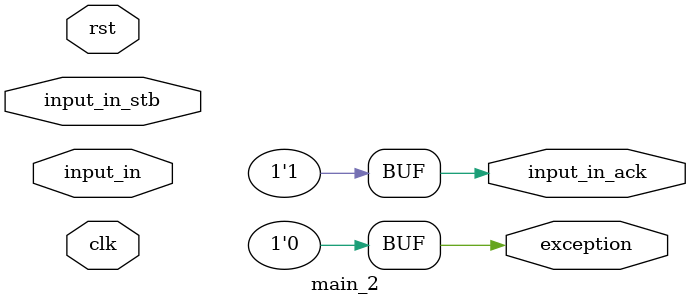
<source format=v>
module main_2 (input_in_ack,clk,rst,input_in,input_in_stb,exception);
  input clk;
  input rst;
  input [31:0] input_in;
  input input_in_stb;
  output input_in_ack;
  output exception;

  assign input_in_ack = 1;
  assign exception = 0;
endmodule
</source>
